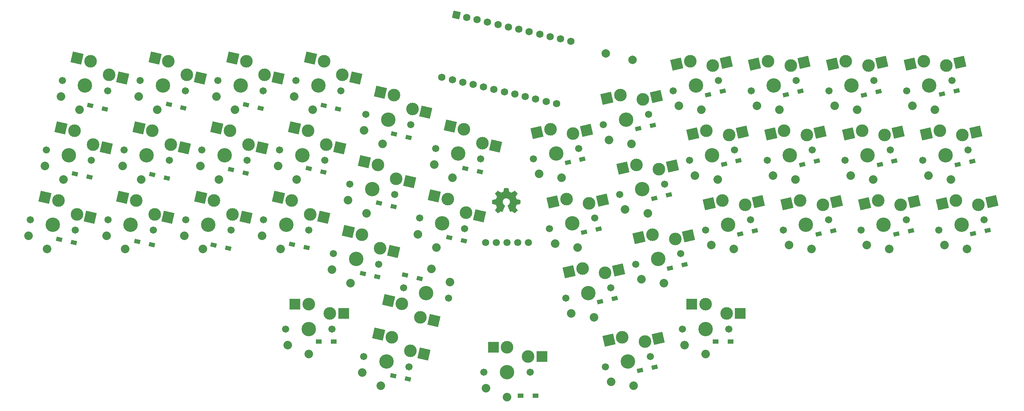
<source format=gbs>
%TF.GenerationSoftware,KiCad,Pcbnew,(7.0.0-0)*%
%TF.CreationDate,2023-05-07T20:22:33+03:00*%
%TF.ProjectId,41_1350_pcb,34315f31-3335-4305-9f70-63622e6b6963,rev?*%
%TF.SameCoordinates,Original*%
%TF.FileFunction,Soldermask,Bot*%
%TF.FilePolarity,Negative*%
%FSLAX46Y46*%
G04 Gerber Fmt 4.6, Leading zero omitted, Abs format (unit mm)*
G04 Created by KiCad (PCBNEW (7.0.0-0)) date 2023-05-07 20:22:33*
%MOMM*%
%LPD*%
G01*
G04 APERTURE LIST*
G04 Aperture macros list*
%AMRotRect*
0 Rectangle, with rotation*
0 The origin of the aperture is its center*
0 $1 length*
0 $2 width*
0 $3 Rotation angle, in degrees counterclockwise*
0 Add horizontal line*
21,1,$1,$2,0,0,$3*%
G04 Aperture macros list end*
%ADD10C,0.010000*%
%ADD11C,1.700000*%
%ADD12C,2.000000*%
%ADD13RotRect,1.400000X1.000000X167.000000*%
%ADD14RotRect,1.400000X1.000000X193.000000*%
%ADD15R,1.400000X1.000000*%
%ADD16C,1.701800*%
%ADD17C,3.000000*%
%ADD18C,3.429000*%
%ADD19RotRect,2.600000X2.600000X347.000000*%
%ADD20C,2.032000*%
%ADD21RotRect,2.600000X2.600000X13.000000*%
%ADD22RotRect,2.600000X2.600000X167.000000*%
%ADD23R,2.600000X2.600000*%
%ADD24RotRect,1.752600X1.752600X347.000000*%
%ADD25C,1.752600*%
G04 APERTURE END LIST*
%TO.C,REF\u002A\u002A*%
G36*
X149660036Y-81183150D02*
G01*
X149743857Y-81627774D01*
X150053142Y-81755272D01*
X150362428Y-81882770D01*
X150733468Y-81630465D01*
X150837379Y-81560215D01*
X150931309Y-81497491D01*
X151010874Y-81445157D01*
X151071692Y-81406076D01*
X151109379Y-81383112D01*
X151119643Y-81378161D01*
X151138132Y-81390895D01*
X151177642Y-81426101D01*
X151233744Y-81479281D01*
X151302009Y-81545937D01*
X151378008Y-81621573D01*
X151457314Y-81701691D01*
X151535497Y-81781793D01*
X151608129Y-81857383D01*
X151670781Y-81923964D01*
X151719025Y-81977037D01*
X151748432Y-82012106D01*
X151755463Y-82023842D01*
X151745345Y-82045479D01*
X151716981Y-82092881D01*
X151673351Y-82161412D01*
X151617440Y-82246434D01*
X151552228Y-82343312D01*
X151514441Y-82398569D01*
X151445565Y-82499467D01*
X151384362Y-82590518D01*
X151333800Y-82667189D01*
X151296850Y-82724947D01*
X151276480Y-82759262D01*
X151273419Y-82766473D01*
X151280358Y-82786967D01*
X151299273Y-82834732D01*
X151327309Y-82903051D01*
X151361613Y-82985208D01*
X151399331Y-83074489D01*
X151437609Y-83164177D01*
X151473592Y-83247557D01*
X151504428Y-83317913D01*
X151527261Y-83368529D01*
X151539239Y-83392690D01*
X151539946Y-83393641D01*
X151558753Y-83398255D01*
X151608840Y-83408547D01*
X151685015Y-83423506D01*
X151782087Y-83442120D01*
X151894865Y-83463378D01*
X151960664Y-83475637D01*
X152081172Y-83498581D01*
X152190019Y-83520414D01*
X152281698Y-83539941D01*
X152350703Y-83555967D01*
X152391526Y-83567298D01*
X152399733Y-83570893D01*
X152407770Y-83595225D01*
X152414255Y-83650178D01*
X152419192Y-83729327D01*
X152422586Y-83826245D01*
X152424440Y-83934506D01*
X152424760Y-84047684D01*
X152423549Y-84159354D01*
X152420812Y-84263087D01*
X152416553Y-84352460D01*
X152410777Y-84421045D01*
X152403489Y-84462416D01*
X152399117Y-84471029D01*
X152372986Y-84481352D01*
X152317615Y-84496111D01*
X152240329Y-84513571D01*
X152148452Y-84531999D01*
X152116380Y-84537960D01*
X151961746Y-84566285D01*
X151839597Y-84589095D01*
X151745895Y-84607299D01*
X151676606Y-84621802D01*
X151627693Y-84633511D01*
X151595119Y-84643334D01*
X151574850Y-84652175D01*
X151562848Y-84660943D01*
X151561169Y-84662676D01*
X151544406Y-84690590D01*
X151518836Y-84744914D01*
X151487010Y-84818996D01*
X151451482Y-84906184D01*
X151414805Y-84999827D01*
X151379533Y-85093271D01*
X151348218Y-85179866D01*
X151323415Y-85252959D01*
X151307676Y-85305897D01*
X151303554Y-85332030D01*
X151303898Y-85332945D01*
X151317863Y-85354305D01*
X151349544Y-85401303D01*
X151395613Y-85469046D01*
X151452740Y-85552642D01*
X151517595Y-85647201D01*
X151536065Y-85674073D01*
X151601921Y-85771494D01*
X151659872Y-85860382D01*
X151706760Y-85935631D01*
X151739429Y-85992139D01*
X151754722Y-86024800D01*
X151755463Y-86028812D01*
X151742614Y-86049903D01*
X151707110Y-86091683D01*
X151653515Y-86149664D01*
X151586393Y-86219354D01*
X151510309Y-86296264D01*
X151429826Y-86375902D01*
X151349509Y-86453780D01*
X151273921Y-86525405D01*
X151207627Y-86586289D01*
X151155191Y-86631940D01*
X151121177Y-86657869D01*
X151111767Y-86662102D01*
X151089865Y-86652131D01*
X151045022Y-86625239D01*
X150984543Y-86585955D01*
X150938011Y-86554336D01*
X150853697Y-86496317D01*
X150753848Y-86428003D01*
X150653695Y-86359798D01*
X150599849Y-86323294D01*
X150417593Y-86200019D01*
X150264603Y-86282739D01*
X150194904Y-86318978D01*
X150135636Y-86347145D01*
X150095533Y-86363210D01*
X150085325Y-86365445D01*
X150073051Y-86348941D01*
X150048835Y-86302301D01*
X150014485Y-86229828D01*
X149971810Y-86135825D01*
X149922616Y-86024593D01*
X149868712Y-85900434D01*
X149811906Y-85767651D01*
X149754004Y-85630546D01*
X149696815Y-85493421D01*
X149642146Y-85360577D01*
X149591806Y-85236317D01*
X149547602Y-85124944D01*
X149511341Y-85030758D01*
X149484831Y-84958063D01*
X149469880Y-84911160D01*
X149467476Y-84895052D01*
X149486533Y-84874505D01*
X149528258Y-84841152D01*
X149583928Y-84801921D01*
X149588600Y-84798818D01*
X149732486Y-84683642D01*
X149848505Y-84549272D01*
X149935652Y-84400003D01*
X149992921Y-84240132D01*
X150019308Y-84073956D01*
X150013807Y-83905771D01*
X149975412Y-83739874D01*
X149903117Y-83580561D01*
X149881848Y-83545706D01*
X149771218Y-83404956D01*
X149640524Y-83291933D01*
X149494286Y-83207222D01*
X149337030Y-83151413D01*
X149173279Y-83125093D01*
X149007555Y-83128849D01*
X148844384Y-83163269D01*
X148688287Y-83228942D01*
X148543789Y-83326454D01*
X148499091Y-83366032D01*
X148385334Y-83489922D01*
X148302440Y-83620343D01*
X148245578Y-83766534D01*
X148213909Y-83911307D01*
X148206091Y-84074079D01*
X148232160Y-84237659D01*
X148289467Y-84396517D01*
X148375366Y-84545125D01*
X148487208Y-84677954D01*
X148622345Y-84789475D01*
X148640105Y-84801230D01*
X148696372Y-84839727D01*
X148739145Y-84873082D01*
X148759594Y-84894379D01*
X148759891Y-84895052D01*
X148755501Y-84918090D01*
X148738098Y-84970376D01*
X148709490Y-85047609D01*
X148671487Y-85145487D01*
X148625896Y-85259710D01*
X148574525Y-85385977D01*
X148519184Y-85519986D01*
X148461680Y-85657437D01*
X148403823Y-85794027D01*
X148347420Y-85925456D01*
X148294280Y-86047424D01*
X148246212Y-86155628D01*
X148205023Y-86245768D01*
X148172523Y-86313542D01*
X148150519Y-86354649D01*
X148141658Y-86365445D01*
X148114582Y-86357038D01*
X148063919Y-86334491D01*
X147998405Y-86301832D01*
X147962381Y-86282739D01*
X147809390Y-86200019D01*
X147627134Y-86323294D01*
X147534097Y-86386447D01*
X147432237Y-86455946D01*
X147336784Y-86521384D01*
X147288972Y-86554336D01*
X147221727Y-86599492D01*
X147164786Y-86635276D01*
X147125576Y-86657157D01*
X147112841Y-86661782D01*
X147094305Y-86649304D01*
X147053281Y-86614471D01*
X146993747Y-86560897D01*
X146919680Y-86492202D01*
X146835057Y-86412000D01*
X146781537Y-86360505D01*
X146687903Y-86268505D01*
X146606981Y-86186218D01*
X146542045Y-86117164D01*
X146496364Y-86064863D01*
X146473211Y-86032835D01*
X146470990Y-86026335D01*
X146481298Y-86001613D01*
X146509783Y-85951624D01*
X146553285Y-85881431D01*
X146608645Y-85796094D01*
X146672702Y-85700675D01*
X146690919Y-85674073D01*
X146757295Y-85577386D01*
X146816844Y-85490336D01*
X146866238Y-85417814D01*
X146902147Y-85364712D01*
X146921241Y-85335922D01*
X146923086Y-85332945D01*
X146920327Y-85310001D01*
X146905684Y-85259555D01*
X146881709Y-85188260D01*
X146850956Y-85102766D01*
X146815978Y-85009726D01*
X146779329Y-84915793D01*
X146743561Y-84827618D01*
X146711228Y-84751853D01*
X146684884Y-84695150D01*
X146667080Y-84664162D01*
X146665815Y-84662676D01*
X146654928Y-84653820D01*
X146636540Y-84645062D01*
X146606616Y-84635496D01*
X146561119Y-84624215D01*
X146496013Y-84610312D01*
X146407261Y-84592882D01*
X146290829Y-84571017D01*
X146142680Y-84543810D01*
X146110604Y-84537960D01*
X146015536Y-84519593D01*
X145932657Y-84501624D01*
X145869292Y-84485788D01*
X145832764Y-84473819D01*
X145827866Y-84471029D01*
X145819795Y-84446291D01*
X145813235Y-84391009D01*
X145808189Y-84311608D01*
X145804663Y-84214515D01*
X145802661Y-84106157D01*
X145802186Y-83992959D01*
X145803245Y-83881347D01*
X145805840Y-83777748D01*
X145809976Y-83688587D01*
X145815659Y-83620291D01*
X145822891Y-83579285D01*
X145827251Y-83570893D01*
X145851524Y-83562427D01*
X145906796Y-83548654D01*
X145987560Y-83530769D01*
X146088310Y-83509967D01*
X146203539Y-83487442D01*
X146266320Y-83475637D01*
X146385435Y-83453370D01*
X146491657Y-83433198D01*
X146579795Y-83416134D01*
X146644656Y-83403188D01*
X146681048Y-83395374D01*
X146687038Y-83393641D01*
X146697161Y-83374109D01*
X146718560Y-83327062D01*
X146748383Y-83259222D01*
X146783777Y-83177310D01*
X146821890Y-83088047D01*
X146859869Y-82998154D01*
X146894862Y-82914354D01*
X146924016Y-82843366D01*
X146944479Y-82791913D01*
X146953399Y-82766716D01*
X146953565Y-82765615D01*
X146943453Y-82745738D01*
X146915105Y-82699996D01*
X146871499Y-82632936D01*
X146815616Y-82549103D01*
X146750435Y-82453045D01*
X146712543Y-82397869D01*
X146643497Y-82296700D01*
X146582172Y-82204849D01*
X146531559Y-82126963D01*
X146494651Y-82067688D01*
X146474440Y-82031670D01*
X146471521Y-82023596D01*
X146484069Y-82004803D01*
X146518759Y-81964676D01*
X146571159Y-81907712D01*
X146636838Y-81838404D01*
X146711366Y-81761250D01*
X146790309Y-81680744D01*
X146869239Y-81601382D01*
X146943722Y-81527659D01*
X147009328Y-81464071D01*
X147061626Y-81415113D01*
X147096183Y-81385280D01*
X147107744Y-81378161D01*
X147126568Y-81388172D01*
X147171591Y-81416297D01*
X147238435Y-81459673D01*
X147322723Y-81515437D01*
X147420078Y-81580725D01*
X147493515Y-81630465D01*
X147864555Y-81882770D01*
X148483127Y-81627774D01*
X148566947Y-81183150D01*
X148650768Y-80738526D01*
X149576216Y-80738526D01*
X149660036Y-81183150D01*
G37*
D10*
X149660036Y-81183150D02*
X149743857Y-81627774D01*
X150053142Y-81755272D01*
X150362428Y-81882770D01*
X150733468Y-81630465D01*
X150837379Y-81560215D01*
X150931309Y-81497491D01*
X151010874Y-81445157D01*
X151071692Y-81406076D01*
X151109379Y-81383112D01*
X151119643Y-81378161D01*
X151138132Y-81390895D01*
X151177642Y-81426101D01*
X151233744Y-81479281D01*
X151302009Y-81545937D01*
X151378008Y-81621573D01*
X151457314Y-81701691D01*
X151535497Y-81781793D01*
X151608129Y-81857383D01*
X151670781Y-81923964D01*
X151719025Y-81977037D01*
X151748432Y-82012106D01*
X151755463Y-82023842D01*
X151745345Y-82045479D01*
X151716981Y-82092881D01*
X151673351Y-82161412D01*
X151617440Y-82246434D01*
X151552228Y-82343312D01*
X151514441Y-82398569D01*
X151445565Y-82499467D01*
X151384362Y-82590518D01*
X151333800Y-82667189D01*
X151296850Y-82724947D01*
X151276480Y-82759262D01*
X151273419Y-82766473D01*
X151280358Y-82786967D01*
X151299273Y-82834732D01*
X151327309Y-82903051D01*
X151361613Y-82985208D01*
X151399331Y-83074489D01*
X151437609Y-83164177D01*
X151473592Y-83247557D01*
X151504428Y-83317913D01*
X151527261Y-83368529D01*
X151539239Y-83392690D01*
X151539946Y-83393641D01*
X151558753Y-83398255D01*
X151608840Y-83408547D01*
X151685015Y-83423506D01*
X151782087Y-83442120D01*
X151894865Y-83463378D01*
X151960664Y-83475637D01*
X152081172Y-83498581D01*
X152190019Y-83520414D01*
X152281698Y-83539941D01*
X152350703Y-83555967D01*
X152391526Y-83567298D01*
X152399733Y-83570893D01*
X152407770Y-83595225D01*
X152414255Y-83650178D01*
X152419192Y-83729327D01*
X152422586Y-83826245D01*
X152424440Y-83934506D01*
X152424760Y-84047684D01*
X152423549Y-84159354D01*
X152420812Y-84263087D01*
X152416553Y-84352460D01*
X152410777Y-84421045D01*
X152403489Y-84462416D01*
X152399117Y-84471029D01*
X152372986Y-84481352D01*
X152317615Y-84496111D01*
X152240329Y-84513571D01*
X152148452Y-84531999D01*
X152116380Y-84537960D01*
X151961746Y-84566285D01*
X151839597Y-84589095D01*
X151745895Y-84607299D01*
X151676606Y-84621802D01*
X151627693Y-84633511D01*
X151595119Y-84643334D01*
X151574850Y-84652175D01*
X151562848Y-84660943D01*
X151561169Y-84662676D01*
X151544406Y-84690590D01*
X151518836Y-84744914D01*
X151487010Y-84818996D01*
X151451482Y-84906184D01*
X151414805Y-84999827D01*
X151379533Y-85093271D01*
X151348218Y-85179866D01*
X151323415Y-85252959D01*
X151307676Y-85305897D01*
X151303554Y-85332030D01*
X151303898Y-85332945D01*
X151317863Y-85354305D01*
X151349544Y-85401303D01*
X151395613Y-85469046D01*
X151452740Y-85552642D01*
X151517595Y-85647201D01*
X151536065Y-85674073D01*
X151601921Y-85771494D01*
X151659872Y-85860382D01*
X151706760Y-85935631D01*
X151739429Y-85992139D01*
X151754722Y-86024800D01*
X151755463Y-86028812D01*
X151742614Y-86049903D01*
X151707110Y-86091683D01*
X151653515Y-86149664D01*
X151586393Y-86219354D01*
X151510309Y-86296264D01*
X151429826Y-86375902D01*
X151349509Y-86453780D01*
X151273921Y-86525405D01*
X151207627Y-86586289D01*
X151155191Y-86631940D01*
X151121177Y-86657869D01*
X151111767Y-86662102D01*
X151089865Y-86652131D01*
X151045022Y-86625239D01*
X150984543Y-86585955D01*
X150938011Y-86554336D01*
X150853697Y-86496317D01*
X150753848Y-86428003D01*
X150653695Y-86359798D01*
X150599849Y-86323294D01*
X150417593Y-86200019D01*
X150264603Y-86282739D01*
X150194904Y-86318978D01*
X150135636Y-86347145D01*
X150095533Y-86363210D01*
X150085325Y-86365445D01*
X150073051Y-86348941D01*
X150048835Y-86302301D01*
X150014485Y-86229828D01*
X149971810Y-86135825D01*
X149922616Y-86024593D01*
X149868712Y-85900434D01*
X149811906Y-85767651D01*
X149754004Y-85630546D01*
X149696815Y-85493421D01*
X149642146Y-85360577D01*
X149591806Y-85236317D01*
X149547602Y-85124944D01*
X149511341Y-85030758D01*
X149484831Y-84958063D01*
X149469880Y-84911160D01*
X149467476Y-84895052D01*
X149486533Y-84874505D01*
X149528258Y-84841152D01*
X149583928Y-84801921D01*
X149588600Y-84798818D01*
X149732486Y-84683642D01*
X149848505Y-84549272D01*
X149935652Y-84400003D01*
X149992921Y-84240132D01*
X150019308Y-84073956D01*
X150013807Y-83905771D01*
X149975412Y-83739874D01*
X149903117Y-83580561D01*
X149881848Y-83545706D01*
X149771218Y-83404956D01*
X149640524Y-83291933D01*
X149494286Y-83207222D01*
X149337030Y-83151413D01*
X149173279Y-83125093D01*
X149007555Y-83128849D01*
X148844384Y-83163269D01*
X148688287Y-83228942D01*
X148543789Y-83326454D01*
X148499091Y-83366032D01*
X148385334Y-83489922D01*
X148302440Y-83620343D01*
X148245578Y-83766534D01*
X148213909Y-83911307D01*
X148206091Y-84074079D01*
X148232160Y-84237659D01*
X148289467Y-84396517D01*
X148375366Y-84545125D01*
X148487208Y-84677954D01*
X148622345Y-84789475D01*
X148640105Y-84801230D01*
X148696372Y-84839727D01*
X148739145Y-84873082D01*
X148759594Y-84894379D01*
X148759891Y-84895052D01*
X148755501Y-84918090D01*
X148738098Y-84970376D01*
X148709490Y-85047609D01*
X148671487Y-85145487D01*
X148625896Y-85259710D01*
X148574525Y-85385977D01*
X148519184Y-85519986D01*
X148461680Y-85657437D01*
X148403823Y-85794027D01*
X148347420Y-85925456D01*
X148294280Y-86047424D01*
X148246212Y-86155628D01*
X148205023Y-86245768D01*
X148172523Y-86313542D01*
X148150519Y-86354649D01*
X148141658Y-86365445D01*
X148114582Y-86357038D01*
X148063919Y-86334491D01*
X147998405Y-86301832D01*
X147962381Y-86282739D01*
X147809390Y-86200019D01*
X147627134Y-86323294D01*
X147534097Y-86386447D01*
X147432237Y-86455946D01*
X147336784Y-86521384D01*
X147288972Y-86554336D01*
X147221727Y-86599492D01*
X147164786Y-86635276D01*
X147125576Y-86657157D01*
X147112841Y-86661782D01*
X147094305Y-86649304D01*
X147053281Y-86614471D01*
X146993747Y-86560897D01*
X146919680Y-86492202D01*
X146835057Y-86412000D01*
X146781537Y-86360505D01*
X146687903Y-86268505D01*
X146606981Y-86186218D01*
X146542045Y-86117164D01*
X146496364Y-86064863D01*
X146473211Y-86032835D01*
X146470990Y-86026335D01*
X146481298Y-86001613D01*
X146509783Y-85951624D01*
X146553285Y-85881431D01*
X146608645Y-85796094D01*
X146672702Y-85700675D01*
X146690919Y-85674073D01*
X146757295Y-85577386D01*
X146816844Y-85490336D01*
X146866238Y-85417814D01*
X146902147Y-85364712D01*
X146921241Y-85335922D01*
X146923086Y-85332945D01*
X146920327Y-85310001D01*
X146905684Y-85259555D01*
X146881709Y-85188260D01*
X146850956Y-85102766D01*
X146815978Y-85009726D01*
X146779329Y-84915793D01*
X146743561Y-84827618D01*
X146711228Y-84751853D01*
X146684884Y-84695150D01*
X146667080Y-84664162D01*
X146665815Y-84662676D01*
X146654928Y-84653820D01*
X146636540Y-84645062D01*
X146606616Y-84635496D01*
X146561119Y-84624215D01*
X146496013Y-84610312D01*
X146407261Y-84592882D01*
X146290829Y-84571017D01*
X146142680Y-84543810D01*
X146110604Y-84537960D01*
X146015536Y-84519593D01*
X145932657Y-84501624D01*
X145869292Y-84485788D01*
X145832764Y-84473819D01*
X145827866Y-84471029D01*
X145819795Y-84446291D01*
X145813235Y-84391009D01*
X145808189Y-84311608D01*
X145804663Y-84214515D01*
X145802661Y-84106157D01*
X145802186Y-83992959D01*
X145803245Y-83881347D01*
X145805840Y-83777748D01*
X145809976Y-83688587D01*
X145815659Y-83620291D01*
X145822891Y-83579285D01*
X145827251Y-83570893D01*
X145851524Y-83562427D01*
X145906796Y-83548654D01*
X145987560Y-83530769D01*
X146088310Y-83509967D01*
X146203539Y-83487442D01*
X146266320Y-83475637D01*
X146385435Y-83453370D01*
X146491657Y-83433198D01*
X146579795Y-83416134D01*
X146644656Y-83403188D01*
X146681048Y-83395374D01*
X146687038Y-83393641D01*
X146697161Y-83374109D01*
X146718560Y-83327062D01*
X146748383Y-83259222D01*
X146783777Y-83177310D01*
X146821890Y-83088047D01*
X146859869Y-82998154D01*
X146894862Y-82914354D01*
X146924016Y-82843366D01*
X146944479Y-82791913D01*
X146953399Y-82766716D01*
X146953565Y-82765615D01*
X146943453Y-82745738D01*
X146915105Y-82699996D01*
X146871499Y-82632936D01*
X146815616Y-82549103D01*
X146750435Y-82453045D01*
X146712543Y-82397869D01*
X146643497Y-82296700D01*
X146582172Y-82204849D01*
X146531559Y-82126963D01*
X146494651Y-82067688D01*
X146474440Y-82031670D01*
X146471521Y-82023596D01*
X146484069Y-82004803D01*
X146518759Y-81964676D01*
X146571159Y-81907712D01*
X146636838Y-81838404D01*
X146711366Y-81761250D01*
X146790309Y-81680744D01*
X146869239Y-81601382D01*
X146943722Y-81527659D01*
X147009328Y-81464071D01*
X147061626Y-81415113D01*
X147096183Y-81385280D01*
X147107744Y-81378161D01*
X147126568Y-81388172D01*
X147171591Y-81416297D01*
X147238435Y-81459673D01*
X147322723Y-81515437D01*
X147420078Y-81580725D01*
X147493515Y-81630465D01*
X147864555Y-81882770D01*
X148483127Y-81627774D01*
X148566947Y-81183150D01*
X148650768Y-80738526D01*
X149576216Y-80738526D01*
X149660036Y-81183150D01*
%TD*%
D11*
%TO.C,J3*%
X144274222Y-93714219D03*
X146814222Y-93714219D03*
X149354222Y-93714219D03*
X151894222Y-93714219D03*
X154434222Y-93714219D03*
%TD*%
D12*
%TO.C,RSW1*%
X172765519Y-48788909D03*
X179098925Y-50251091D03*
%TD*%
D13*
%TO.C,D_E5*%
X128561728Y-102219287D03*
X125102714Y-101420711D03*
%TD*%
%TO.C,D_E3*%
X101731728Y-94889287D03*
X98272714Y-94090711D03*
%TD*%
%TO.C,D_E2*%
X83141728Y-95089287D03*
X79682714Y-94290711D03*
%TD*%
%TO.C,D_E1*%
X65001728Y-94219287D03*
X61542714Y-93420711D03*
%TD*%
%TO.C,D_E0*%
X46441728Y-93739287D03*
X42982714Y-92940711D03*
%TD*%
D14*
%TO.C,D_D5*%
X256322714Y-75199287D03*
X259781728Y-74400711D03*
%TD*%
%TO.C,D_D4*%
X241311728Y-74330711D03*
X237852714Y-75129287D03*
%TD*%
%TO.C,D_D3*%
X222911728Y-74330711D03*
X219452714Y-75129287D03*
%TD*%
%TO.C,D_D2*%
X204311728Y-74260711D03*
X200852714Y-75059287D03*
%TD*%
%TO.C,D_D1*%
X187731728Y-82400711D03*
X184272714Y-83199287D03*
%TD*%
%TO.C,D_D0*%
X171091728Y-90480711D03*
X167632714Y-91279287D03*
%TD*%
D13*
%TO.C,D_C5*%
X139071728Y-93319287D03*
X135612714Y-92520711D03*
%TD*%
%TO.C,D_C4*%
X122421728Y-85139287D03*
X118962714Y-84340711D03*
%TD*%
%TO.C,D_C3*%
X105751728Y-76909287D03*
X102292714Y-76110711D03*
%TD*%
%TO.C,D_C2*%
X87291728Y-77189287D03*
X83832714Y-76390711D03*
%TD*%
%TO.C,D_C1*%
X68561728Y-78369287D03*
X65102714Y-77570711D03*
%TD*%
%TO.C,D_C0*%
X50201728Y-78129287D03*
X46742714Y-77330711D03*
%TD*%
D14*
%TO.C,D_B5*%
X256061728Y-57610711D03*
X252602714Y-58409287D03*
%TD*%
%TO.C,D_B4*%
X237521728Y-57820711D03*
X234062714Y-58619287D03*
%TD*%
%TO.C,D_B3*%
X218981728Y-57750711D03*
X215522714Y-58549287D03*
%TD*%
%TO.C,D_B2*%
X200511728Y-57750711D03*
X197052714Y-58549287D03*
%TD*%
%TO.C,D_B1*%
X183941728Y-65830711D03*
X180482714Y-66629287D03*
%TD*%
%TO.C,D_B0*%
X167231728Y-73900711D03*
X163772714Y-74699287D03*
%TD*%
D13*
%TO.C,D_A5*%
X142911728Y-76889287D03*
X139452714Y-76090711D03*
%TD*%
%TO.C,D_A4*%
X125961728Y-68709287D03*
X122502714Y-67910711D03*
%TD*%
%TO.C,D_A3*%
X109231728Y-61949287D03*
X105772714Y-61150711D03*
%TD*%
%TO.C,D_A2*%
X90811728Y-61779287D03*
X87352714Y-60980711D03*
%TD*%
%TO.C,D_A1*%
X72491728Y-61689287D03*
X69032714Y-60890711D03*
%TD*%
%TO.C,D_A0*%
X53801728Y-61919287D03*
X50342714Y-61120711D03*
%TD*%
D15*
%TO.C,D_G4*%
X202387221Y-117279999D03*
X198837221Y-117279999D03*
%TD*%
D14*
%TO.C,D_G3*%
X184361728Y-123340711D03*
X180902714Y-124139287D03*
%TD*%
D15*
%TO.C,D_G2*%
X152527221Y-130089999D03*
X156077221Y-130089999D03*
%TD*%
D13*
%TO.C,D_G1*%
X122312714Y-125360711D03*
X125771728Y-126159287D03*
%TD*%
D15*
%TO.C,D_G0*%
X104607221Y-117259999D03*
X108157221Y-117259999D03*
%TD*%
D14*
%TO.C,D_F5*%
X259972714Y-91629287D03*
X263431728Y-90830711D03*
%TD*%
%TO.C,D_F4*%
X245241728Y-90900711D03*
X241782714Y-91699287D03*
%TD*%
%TO.C,D_F3*%
X226781728Y-90900711D03*
X223322714Y-91699287D03*
%TD*%
%TO.C,D_F2*%
X208171728Y-90900711D03*
X204712714Y-91699287D03*
%TD*%
%TO.C,D_F1*%
X191521728Y-98970711D03*
X188062714Y-99769287D03*
%TD*%
%TO.C,D_F0*%
X174881728Y-106980711D03*
X171422714Y-107779287D03*
%TD*%
D13*
%TO.C,D_E4*%
X118541728Y-101869287D03*
X115082714Y-101070711D03*
%TD*%
D16*
%TO.C,SwE3*%
X91526928Y-88272278D03*
D17*
X98224422Y-83712007D03*
D18*
X96885963Y-89509509D03*
D17*
X102601380Y-86980377D03*
D16*
X102244998Y-90746740D03*
D19*
X95033359Y-82975291D03*
D20*
X95558752Y-95258292D03*
X91159299Y-92087360D03*
D19*
X105792441Y-87717090D03*
%TD*%
D16*
%TO.C,SwE2*%
X73053449Y-88272278D03*
D17*
X79750943Y-83712007D03*
D18*
X78412484Y-89509509D03*
D17*
X84127901Y-86980377D03*
D16*
X83771519Y-90746740D03*
D19*
X76559880Y-82975291D03*
D20*
X77085273Y-95258292D03*
X72685820Y-92087360D03*
D19*
X87318962Y-87717090D03*
%TD*%
D16*
%TO.C,SwE1*%
X54579977Y-88272277D03*
D17*
X61277471Y-83712006D03*
D18*
X59939012Y-89509508D03*
D17*
X65654429Y-86980376D03*
D16*
X65298047Y-90746739D03*
D19*
X58086408Y-82975290D03*
D20*
X58611801Y-95258291D03*
X54212348Y-92087359D03*
D19*
X68845490Y-87717089D03*
%TD*%
D16*
%TO.C,SwE0*%
X36106504Y-88272274D03*
D17*
X42803998Y-83712003D03*
D18*
X41465539Y-89509505D03*
D17*
X47180956Y-86980373D03*
D16*
X46824574Y-90746736D03*
D19*
X39612935Y-82975287D03*
D20*
X40138328Y-95258288D03*
X35738875Y-92087356D03*
D19*
X50372017Y-87717086D03*
%TD*%
D21*
%TO.C,SwD5*%
X260646081Y-67429857D03*
D20*
X249409700Y-77772578D03*
X254753947Y-78693999D03*
D21*
X248897214Y-67884428D03*
D16*
X258785771Y-71707985D03*
D17*
X257455020Y-68166573D03*
D18*
X253426736Y-72945216D03*
D17*
X252088277Y-67147714D03*
D16*
X248067701Y-74182447D03*
%TD*%
%TO.C,SwD4*%
X229594220Y-74182448D03*
D17*
X233614796Y-67147715D03*
D18*
X234953255Y-72945217D03*
D17*
X238981539Y-68166574D03*
D16*
X240312290Y-71707986D03*
D21*
X230423733Y-67884429D03*
D20*
X236280466Y-78694000D03*
X230936219Y-77772579D03*
D21*
X242172600Y-67429858D03*
%TD*%
D16*
%TO.C,SwD3*%
X211120752Y-74182441D03*
D17*
X215141328Y-67147708D03*
D18*
X216479787Y-72945210D03*
D17*
X220508071Y-68166567D03*
D16*
X221838822Y-71707979D03*
D21*
X211950265Y-67884422D03*
D20*
X217806998Y-78693993D03*
X212462751Y-77772572D03*
D21*
X223699132Y-67429851D03*
%TD*%
D16*
%TO.C,SwD1*%
X176043428Y-82280683D03*
D17*
X180064004Y-75245950D03*
D18*
X181402463Y-81043452D03*
D17*
X185430747Y-76264809D03*
D16*
X186761498Y-79806221D03*
D21*
X176872941Y-75982664D03*
D20*
X182729674Y-86792235D03*
X177385427Y-85870814D03*
D21*
X188621808Y-75528093D03*
%TD*%
D16*
%TO.C,SwD0*%
X159439578Y-90378928D03*
D17*
X163460154Y-83344195D03*
D18*
X164798613Y-89141697D03*
D17*
X168826897Y-84363054D03*
D16*
X170157648Y-87904466D03*
D21*
X160269091Y-84080909D03*
D20*
X166125824Y-94890480D03*
X160781577Y-93969059D03*
D21*
X172017958Y-83626338D03*
%TD*%
D16*
%TO.C,SwC5*%
X128558791Y-87904456D03*
D17*
X135256285Y-83344185D03*
D18*
X133917826Y-89141687D03*
D17*
X139633243Y-86612555D03*
D16*
X139276861Y-90378918D03*
D19*
X132065222Y-82607469D03*
D20*
X132590615Y-94890470D03*
X128191162Y-91719538D03*
D19*
X142824304Y-87349268D03*
%TD*%
D16*
%TO.C,SwB0*%
X155615412Y-73814635D03*
D17*
X159635988Y-66779902D03*
D18*
X160974447Y-72577404D03*
D17*
X165002731Y-67798761D03*
D16*
X166333482Y-71340173D03*
D21*
X156444925Y-67516616D03*
D20*
X162301658Y-78326187D03*
X156957411Y-77404766D03*
D21*
X168193792Y-67062045D03*
%TD*%
D16*
%TO.C,SwD2*%
X192647271Y-74182449D03*
D17*
X196667847Y-67147716D03*
D18*
X198006306Y-72945218D03*
D17*
X202034590Y-68166575D03*
D16*
X203365341Y-71707987D03*
D21*
X193476784Y-67884430D03*
D20*
X199333517Y-78694001D03*
X193989270Y-77772580D03*
D21*
X205225651Y-67429859D03*
%TD*%
D16*
%TO.C,SwC4*%
X111954939Y-79806221D03*
D17*
X118652433Y-75245950D03*
D18*
X117313974Y-81043452D03*
D17*
X123029391Y-78514320D03*
D16*
X122673009Y-82280683D03*
D19*
X115461370Y-74509234D03*
D20*
X115986763Y-86792235D03*
X111587310Y-83621303D03*
D19*
X126220452Y-79251033D03*
%TD*%
D16*
%TO.C,SwC3*%
X95351093Y-71707984D03*
D17*
X102048587Y-67147713D03*
D18*
X100710128Y-72945215D03*
D17*
X106425545Y-70416083D03*
D16*
X106069163Y-74182446D03*
D19*
X98857524Y-66410997D03*
D20*
X99382917Y-78693998D03*
X94983464Y-75523066D03*
D19*
X109616606Y-71152796D03*
%TD*%
D16*
%TO.C,SwC2*%
X76877617Y-71707984D03*
D17*
X83575111Y-67147713D03*
D18*
X82236652Y-72945215D03*
D17*
X87952069Y-70416083D03*
D16*
X87595687Y-74182446D03*
D19*
X80384048Y-66410997D03*
D20*
X80909441Y-78693998D03*
X76509988Y-75523066D03*
D19*
X91143130Y-71152796D03*
%TD*%
D16*
%TO.C,SwC1*%
X58404147Y-71707984D03*
D17*
X65101641Y-67147713D03*
D18*
X63763182Y-72945215D03*
D17*
X69478599Y-70416083D03*
D16*
X69122217Y-74182446D03*
D19*
X61910578Y-66410997D03*
D20*
X62435971Y-78693998D03*
X58036518Y-75523066D03*
D19*
X72669660Y-71152796D03*
%TD*%
D16*
%TO.C,SwC0*%
X39930668Y-71707980D03*
D17*
X46628162Y-67147709D03*
D18*
X45289703Y-72945211D03*
D17*
X51005120Y-70416079D03*
D16*
X50648738Y-74182442D03*
D19*
X43437099Y-66410993D03*
D20*
X43962492Y-78693994D03*
X39563039Y-75523062D03*
D19*
X54196181Y-71152792D03*
%TD*%
D16*
%TO.C,SwB5*%
X244243527Y-57618154D03*
D17*
X248264103Y-50583421D03*
D18*
X249602562Y-56380923D03*
D17*
X253630846Y-51602280D03*
D16*
X254961597Y-55143692D03*
D21*
X245073040Y-51320135D03*
D20*
X250929773Y-62129706D03*
X245585526Y-61208285D03*
D21*
X256821907Y-50865564D03*
%TD*%
D16*
%TO.C,SwG1*%
X115317771Y-120768172D03*
D17*
X122015265Y-116207901D03*
D18*
X120676806Y-122005403D03*
D17*
X126392223Y-119476271D03*
D16*
X126035841Y-123242634D03*
D19*
X118824202Y-115471185D03*
D20*
X119349595Y-127754186D03*
X114950142Y-124583254D03*
D19*
X129583284Y-120212984D03*
%TD*%
D16*
%TO.C,SwB4*%
X225770055Y-57618158D03*
D17*
X229790631Y-50583425D03*
D18*
X231129090Y-56380927D03*
D17*
X235157374Y-51602284D03*
D16*
X236488125Y-55143696D03*
D21*
X226599568Y-51320139D03*
D20*
X232456301Y-62129710D03*
X227112054Y-61208289D03*
D21*
X238348435Y-50865568D03*
%TD*%
D16*
%TO.C,SwA0*%
X43754844Y-55143688D03*
D17*
X50452338Y-50583417D03*
D18*
X49113879Y-56380919D03*
D17*
X54829296Y-53851787D03*
D16*
X54472914Y-57618150D03*
D19*
X47261275Y-49846701D03*
D20*
X47786668Y-62129702D03*
X43387215Y-58958770D03*
D19*
X58020357Y-54588500D03*
%TD*%
D16*
%TO.C,SwA4*%
X115779112Y-63241932D03*
D17*
X122476606Y-58681661D03*
D18*
X121138147Y-64479163D03*
D17*
X126853564Y-61950031D03*
D16*
X126497182Y-65716394D03*
D19*
X119285543Y-57944945D03*
D20*
X119810936Y-70227946D03*
X115411483Y-67057014D03*
D19*
X130044625Y-62686744D03*
%TD*%
D16*
%TO.C,SwA3*%
X99175258Y-55143697D03*
D17*
X105872752Y-50583426D03*
D18*
X104534293Y-56380928D03*
D17*
X110249710Y-53851796D03*
D16*
X109893328Y-57618159D03*
D19*
X102681689Y-49846710D03*
D20*
X103207082Y-62129711D03*
X98807629Y-58958779D03*
D19*
X113440771Y-54588509D03*
%TD*%
D16*
%TO.C,SwB1*%
X172219259Y-65716397D03*
D17*
X176239835Y-58681664D03*
D18*
X177578294Y-64479166D03*
D17*
X181606578Y-59700523D03*
D16*
X182937329Y-63241935D03*
D21*
X173048772Y-59418378D03*
D20*
X178905505Y-70227949D03*
X173561258Y-69306528D03*
D21*
X184797639Y-58963807D03*
%TD*%
D16*
%TO.C,SwF0*%
X163263748Y-106943211D03*
D17*
X167284324Y-99908478D03*
D18*
X168622783Y-105705980D03*
D17*
X172651067Y-100927337D03*
D16*
X173981818Y-104468749D03*
D21*
X164093261Y-100645192D03*
D20*
X169949994Y-111454763D03*
X164605747Y-110533342D03*
D21*
X175842128Y-100190621D03*
%TD*%
D16*
%TO.C,SwA1*%
X62228309Y-55143701D03*
D17*
X68925803Y-50583430D03*
D18*
X67587344Y-56380932D03*
D17*
X73302761Y-53851800D03*
D16*
X72946379Y-57618163D03*
D19*
X65734740Y-49846714D03*
D20*
X66260133Y-62129715D03*
X61860680Y-58958783D03*
D19*
X76493822Y-54588513D03*
%TD*%
D16*
%TO.C,SwB3*%
X207296588Y-57618158D03*
D17*
X211317164Y-50583425D03*
D18*
X212655623Y-56380927D03*
D17*
X216683907Y-51602284D03*
D16*
X218014658Y-55143696D03*
D21*
X208126101Y-51320139D03*
D20*
X213982834Y-62129710D03*
X208638587Y-61208289D03*
D21*
X219874968Y-50865568D03*
%TD*%
D16*
%TO.C,SwB2*%
X188823109Y-57618158D03*
D17*
X192843685Y-50583425D03*
D18*
X194182144Y-56380927D03*
D17*
X198210428Y-51602284D03*
D16*
X199541179Y-55143696D03*
D21*
X189652622Y-51320139D03*
D20*
X195509355Y-62129710D03*
X190165108Y-61208289D03*
D21*
X201401489Y-50865568D03*
%TD*%
D16*
%TO.C,SwF5*%
X251891865Y-90746743D03*
D17*
X255912441Y-83712010D03*
D18*
X257250900Y-89509512D03*
D17*
X261279184Y-84730869D03*
D16*
X262609935Y-88272281D03*
D21*
X252721378Y-84448724D03*
D20*
X258578111Y-95258295D03*
X253233864Y-94336874D03*
D21*
X264470245Y-83994153D03*
%TD*%
D16*
%TO.C,SwF4*%
X233418392Y-90746739D03*
D17*
X237438968Y-83712006D03*
D18*
X238777427Y-89509508D03*
D17*
X242805711Y-84730865D03*
D16*
X244136462Y-88272277D03*
D21*
X234247905Y-84448720D03*
D20*
X240104638Y-95258291D03*
X234760391Y-94336870D03*
D21*
X245996772Y-83994149D03*
%TD*%
D16*
%TO.C,SwF3*%
X214944918Y-90746741D03*
D17*
X218965494Y-83712008D03*
D18*
X220303953Y-89509510D03*
D17*
X224332237Y-84730867D03*
D16*
X225662988Y-88272279D03*
D21*
X215774431Y-84448722D03*
D20*
X221631164Y-95258293D03*
X216286917Y-94336872D03*
D21*
X227523298Y-83994151D03*
%TD*%
D16*
%TO.C,SwF2*%
X196471443Y-90746740D03*
D17*
X200492019Y-83712007D03*
D18*
X201830478Y-89509509D03*
D17*
X205858762Y-84730866D03*
D16*
X207189513Y-88272278D03*
D21*
X197300956Y-84448721D03*
D20*
X203157689Y-95258292D03*
X197813442Y-94336871D03*
D21*
X209049823Y-83994150D03*
%TD*%
D16*
%TO.C,SwF1*%
X179867594Y-98844972D03*
D17*
X183888170Y-91810239D03*
D18*
X185226629Y-97607741D03*
D17*
X189254913Y-92829098D03*
D16*
X190585664Y-96370510D03*
D21*
X180697107Y-92546953D03*
D20*
X186553840Y-103356524D03*
X181209593Y-102435103D03*
D21*
X192445974Y-92092382D03*
%TD*%
D16*
%TO.C,SwE5*%
X135452692Y-106943210D03*
D17*
X128755198Y-111503481D03*
D18*
X130093657Y-105705979D03*
D17*
X124378240Y-108235111D03*
D16*
X124734622Y-104468748D03*
D22*
X131946259Y-112240195D03*
D20*
X131420868Y-99957196D03*
X135820321Y-103128128D03*
D22*
X121187177Y-107498396D03*
%TD*%
D16*
%TO.C,SwE4*%
X108130771Y-96370515D03*
D17*
X114828265Y-91810244D03*
D18*
X113489806Y-97607746D03*
D17*
X119205223Y-95078614D03*
D16*
X118848841Y-98844977D03*
D19*
X111637202Y-91073528D03*
D20*
X112162595Y-103356529D03*
X107763142Y-100185597D03*
D19*
X122396284Y-95815327D03*
%TD*%
D16*
%TO.C,SwA2*%
X80701785Y-55143696D03*
D17*
X87399279Y-50583425D03*
D18*
X86060820Y-56380927D03*
D17*
X91776237Y-53851795D03*
D16*
X91419855Y-57618158D03*
D19*
X84208216Y-49846709D03*
D20*
X84733609Y-62129710D03*
X80334156Y-58958778D03*
D19*
X94967298Y-54588508D03*
%TD*%
D16*
%TO.C,SwA5*%
X132382958Y-71340168D03*
D17*
X139080452Y-66779897D03*
D18*
X137741993Y-72577399D03*
D17*
X143457410Y-70048267D03*
D16*
X143101028Y-73814630D03*
D19*
X135889389Y-66043181D03*
D20*
X136414782Y-78326182D03*
X132015329Y-75155250D03*
D19*
X146648471Y-70784980D03*
%TD*%
D16*
%TO.C,SwG0*%
X96753166Y-114314960D03*
D17*
X102253166Y-108364960D03*
D18*
X102253166Y-114314960D03*
D17*
X107253166Y-110564960D03*
D16*
X107753166Y-114314960D03*
D23*
X98978165Y-108364959D03*
D20*
X102253166Y-120214960D03*
X97253166Y-118114960D03*
D23*
X110528165Y-110564959D03*
%TD*%
D16*
%TO.C,SwG3*%
X172680601Y-123242638D03*
D17*
X176701177Y-116207905D03*
D18*
X178039636Y-122005407D03*
D17*
X182067920Y-117226764D03*
D16*
X183398671Y-120768176D03*
D21*
X173510114Y-116944619D03*
D20*
X179366847Y-127754190D03*
X174022600Y-126832769D03*
D21*
X185258981Y-116490048D03*
%TD*%
D16*
%TO.C,SwG4*%
X190963275Y-114314959D03*
D17*
X196463275Y-108364959D03*
D18*
X196463275Y-114314959D03*
D17*
X201463275Y-110564959D03*
D16*
X201963275Y-114314959D03*
D23*
X193188274Y-108364958D03*
D20*
X196463275Y-120214959D03*
X191463275Y-118114959D03*
D23*
X204738274Y-110564958D03*
%TD*%
D16*
%TO.C,SwG2*%
X143858222Y-124512687D03*
D17*
X149358222Y-118562687D03*
D18*
X149358222Y-124512687D03*
D17*
X154358222Y-120762687D03*
D16*
X154858222Y-124512687D03*
D23*
X146083221Y-118562686D03*
D20*
X149358222Y-130412687D03*
X144358222Y-128312687D03*
D23*
X157633221Y-120762686D03*
%TD*%
D24*
%TO.C,U1*%
X137287077Y-39588302D03*
D25*
X139761978Y-40159679D03*
X142236878Y-40731054D03*
X144711778Y-41302430D03*
X147186678Y-41873806D03*
X149661578Y-42445181D03*
X152136478Y-43016557D03*
X154611378Y-43587933D03*
X157086278Y-44159308D03*
X159561178Y-44730684D03*
X162036078Y-45302060D03*
X164510978Y-45873435D03*
X161082724Y-60722835D03*
X158607824Y-60151460D03*
X156132924Y-59580084D03*
X153658024Y-59008708D03*
X151183124Y-58437333D03*
X148708224Y-57865957D03*
X146233324Y-57294581D03*
X143758424Y-56723205D03*
X141283524Y-56151830D03*
X138808624Y-55580454D03*
X136333724Y-55009078D03*
X133858824Y-54437703D03*
%TD*%
M02*

</source>
